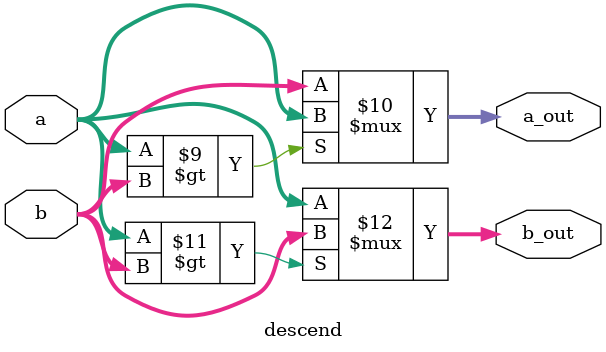
<source format=sv>
module Divider(
  // Input signals
	clk,
	rst_n,
    in_valid,
    in_data,
  // Output signals
    out_valid,
	out_data
);

//---------------------------------------------------------------------
//   INPUT AND OUTPUT DECLARATION                         
//---------------------------------------------------------------------
input clk, rst_n, in_valid;
input [3:0] in_data;
output logic out_valid, out_data;
 
//---------------------------------------------------------------------
//   LOGIC DECLARATION
//---------------------------------------------------------------------
logic [3:0] in_value;
logic [3:0] data[0:3], data_comb[0:3];
logic [2:0] cnt_in, cnt_in_comb;
logic [4:0] state, next_state;

logic [3:0] data1_1, data1_2, data2_1, data2_2, data2_3, data2_4,
			data3_1, data3_2, data3_3, data3_4, data4_1, data4_2;

logic [19:0] dividend, dividend_comb;
logic [3:0] cnt, cnt_comb;
logic [9:0] left, right;


logic [3:0] cnt_out, cnt_out_comb;
logic out_valid_comb;
logic out_data_comb;
//---------------------------------------------------------------------
//   PARAMETER DECLARATION
//---------------------------------------------------------------------
parameter S_IDLE = 0;
parameter S_IN = 1;
parameter S_SWAP = 2;
parameter S_conv10 = 3;
parameter S_step2 = 4;
parameter S_step3 = 5;
parameter S_OUT = 6;
//---------------------------------------------------------------------
//   Your design                        
//---------------------------------------------------------------------
always_ff@(posedge clk, negedge rst_n)
	if(!rst_n)
		state <= S_IDLE;
	else
		state <= next_state;
		
always_comb
	case(state)
		S_IDLE: next_state = in_valid ? S_IN : S_IDLE;
		S_IN:	next_state = cnt_in == 4 ? S_SWAP : S_IN;
		S_SWAP:	next_state = S_conv10;
		S_conv10:next_state = S_step2;
		S_step2:next_state = S_step3;
		S_step3:next_state = cnt == 10 ? S_OUT : S_step2;
		S_OUT:	next_state = cnt_out == 10 ? (in_valid ? S_IN : S_IDLE) : S_OUT;
		default:next_state = S_IDLE;
	endcase
	
register_file inst1(in_data, in_value);

descend swap1_1(data[0], data[1], data1_1, data2_1);
descend swap1_2(data[2], data[3], data3_1, data4_1);

descend swap2_1(data2_1, data3_1, data2_2, data3_2);

descend swap3_1(data1_1, data2_2, data1_2, data2_3);
descend swap3_2(data3_2, data4_1, data3_3, data4_2);

descend swap4_1(data2_3, data3_3, data2_4, data3_4);


always_ff@(posedge clk, negedge rst_n)
	if(!rst_n)
		for(int i = 0; i < 4; i = i + 1)
			data[i] <= 0;
	else
		for(int i = 0; i < 4; i = i + 1)
			data[i] <= data_comb[i];
		
always_comb
	if(next_state == S_IN)
		for(int i = 0; i < 4; i = i + 1)
			if(cnt_in == i)
				data_comb[i] = in_value;
			else
				data_comb[i] = data[i];
	else if(next_state == S_SWAP) begin
		data_comb[0] = data1_2;
		data_comb[1] = data2_4;
		data_comb[2] = data3_4;
		data_comb[3] = data4_2;
	end
	else
		for(int i = 0; i < 4; i = i + 1)
			data_comb[i] = data[i];
		
always_ff@(posedge clk, negedge rst_n)
	if(!rst_n)
		cnt_in <= 0;
	else
		cnt_in <= cnt_in_comb;

always_comb
	if(next_state == S_IN)
		cnt_in_comb = cnt_in + 1;
	else
		cnt_in_comb = 0;
		
		
always_ff@(posedge clk, negedge rst_n)
	if(!rst_n)
		dividend <= 0;
	else
		dividend <= dividend_comb;
		
always_comb
	if(next_state == S_conv10)
		dividend_comb = data[0] * 100 + data[2] * 10 + data[3];
	else if(next_state == S_step2)
		dividend_comb = dividend << 1;
	else if(next_state == S_step3)
		if(dividend[19:10] >= data[1])
			dividend_comb = {left, right};
		else
			dividend_comb = dividend;
	else
		dividend_comb = dividend;
	
assign left = dividend[19:10] - data[1];
assign right = dividend[9:0] + 1;

	
always_ff@(posedge clk, negedge rst_n)
	if(!rst_n)
		cnt <= 0;
	else
		cnt <= cnt_comb;
		
always_comb
	if(next_state == S_IDLE)
		cnt_comb = 0;
	else if(next_state == S_step3)
		cnt_comb = cnt + 1;
	else
		cnt_comb = cnt;
		
always_ff@(posedge clk, negedge rst_n)
	if(!rst_n)
		out_valid <= 0;
	else
		out_valid <= out_valid_comb;
		
always_comb
	if(next_state == S_OUT)
		out_valid_comb = 1;
	else
		out_valid_comb = 0;
		
always_ff@(posedge clk, negedge rst_n)
	if(!rst_n)
		out_data <= 0;
	else
		out_data <= out_data_comb;
		
always_comb
	if(next_state == S_OUT)
		if(data[1] == 0)
			out_data_comb = 1;
		else 
			out_data_comb = dividend[9 - cnt_out];
	else
		out_data_comb = 0;

always_ff@(posedge clk, negedge rst_n)
	if(!rst_n)
		cnt_out <= 0;
	else
		cnt_out <= cnt_out_comb;
	
always_comb
	if(next_state == S_OUT)
		cnt_out_comb = cnt_out + 1;
	else
		cnt_out_comb = 0;
		
		
endmodule

module register_file(
    E,
    value
);
input [3:0] E;
output logic [3:0] value;

always_comb begin
    case(E)
    4'b0011:value = 4'd0;
    4'b0100:value = 4'd1;
    4'b0101:value = 4'd2;
    4'b0110:value = 4'd3;
    4'b0111:value = 4'd4;
    4'b1000:value = 4'd5;
    4'b1001:value = 4'd6;
    4'b1010:value = 4'd7;
    4'b1011:value = 4'd8;
    4'b1100:value = 4'd9;
    default: value = 4'd0;
    endcase
end
endmodule

module descend(
	a, b,
	a_out, b_out
);
input [3:0] a, b;
output logic [3:0] a_out, b_out;

assign a_out = ( a > b ) ? a : b;
assign b_out = ( a > b ) ? b : a;

endmodule
</source>
